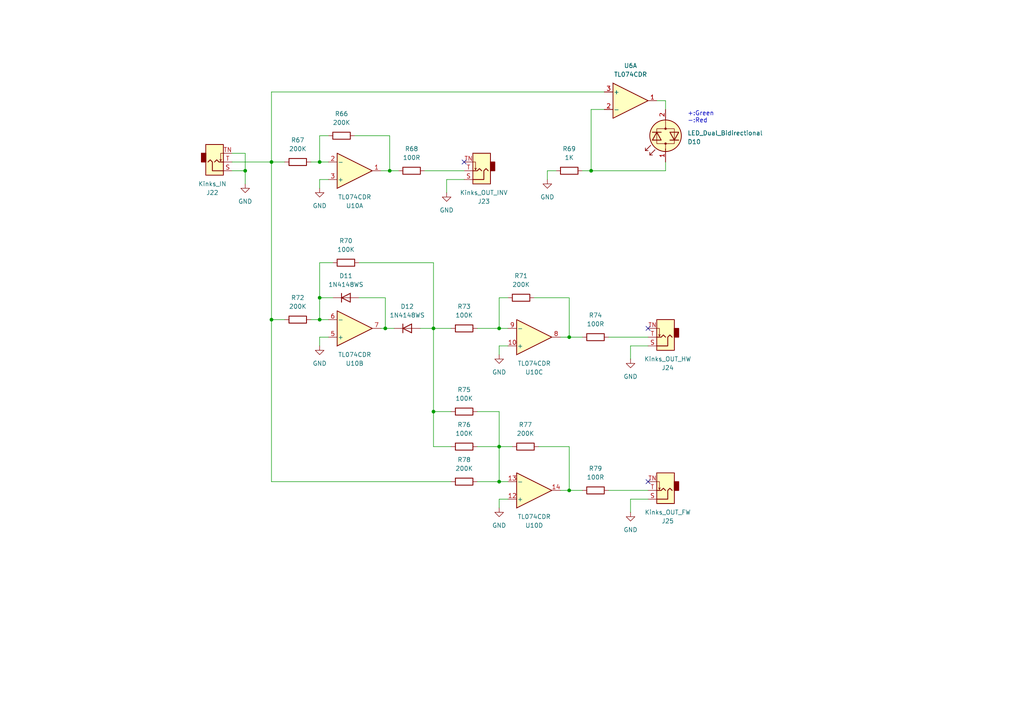
<source format=kicad_sch>
(kicad_sch (version 20250114) (generator "eeschema") (generator_version "9.0")
  (paper "A4")
  (title_block (title "HW/FW rectifiers") (date "2025-07-31") (rev "2.1") (company "StudioKAT"))
  (lib_symbols
    (symbol "Amplifier_Operational:TL074" (pin_names (offset 0.127))
      (property "Reference" "U" (at 0 5.08 0))
      (property "Value" "TL074" (at 0 -5.08 0))
      (symbol "TL074_1_1"
        (polyline (pts (xy -5.08 5.08) (xy 5.08 0) (xy -5.08 -5.08) (xy -5.08 5.08)) (stroke (width 0.254)) (fill (type background)))
        (pin input line (at -7.62 2.54 0) (length 2.54) (name "+") (number "3"))
        (pin input line (at -7.62 -2.54 0) (length 2.54) (name "-") (number "2"))
        (pin output line (at 7.62 0 180) (length 2.54) (name "~") (number "1"))
      )
      (symbol "TL074_2_1"
        (polyline (pts (xy -5.08 5.08) (xy 5.08 0) (xy -5.08 -5.08) (xy -5.08 5.08)) (stroke (width 0.254)) (fill (type background)))
        (pin input line (at -7.62 2.54 0) (length 2.54) (name "+") (number "5"))
        (pin input line (at -7.62 -2.54 0) (length 2.54) (name "-") (number "6"))
        (pin output line (at 7.62 0 180) (length 2.54) (name "~") (number "7"))
      )
      (symbol "TL074_3_1"
        (polyline (pts (xy -5.08 5.08) (xy 5.08 0) (xy -5.08 -5.08) (xy -5.08 5.08)) (stroke (width 0.254)) (fill (type background)))
        (pin input line (at -7.62 2.54 0) (length 2.54) (name "+") (number "10"))
        (pin input line (at -7.62 -2.54 0) (length 2.54) (name "-") (number "9"))
        (pin output line (at 7.62 0 180) (length 2.54) (name "~") (number "8"))
      )
      (symbol "TL074_4_1"
        (polyline (pts (xy -5.08 5.08) (xy 5.08 0) (xy -5.08 -5.08) (xy -5.08 5.08)) (stroke (width 0.254)) (fill (type background)))
        (pin input line (at -7.62 2.54 0) (length 2.54) (name "+") (number "12"))
        (pin input line (at -7.62 -2.54 0) (length 2.54) (name "-") (number "13"))
        (pin output line (at 7.62 0 180) (length 2.54) (name "~") (number "14"))
      )
      (symbol "TL074_5_1"
        (pin power_in line (at -2.54 7.62 270) (length 3.81) (name "V+") (number "4"))
        (pin power_in line (at -2.54 -7.62 90) (length 3.81) (name "V-") (number "11"))
      )
    )
    (symbol "Connector_Audio:AudioJack2_SwitchT"
      (property "Reference" "J" (at 0 8.89 0))
      (property "Value" "AudioJack2_SwitchT" (at 0 6.35 0))
      (symbol "AudioJack2_SwitchT_0_1"
        (rectangle (start -2.54 0) (end -3.81 -2.54) (stroke (width 0.254)) (fill (type outline)))
        (polyline (pts (xy 0 0) (xy 0.635 -0.635) (xy 1.27 0) (xy 2.54 0)) (stroke (width 0.254)))
        (polyline (pts (xy 1.778 -0.254) (xy 2.032 -0.762)))
        (rectangle (start 2.54 3.81) (end -2.54 -5.08) (stroke (width 0.254)) (fill (type background)))
        (polyline (pts (xy 2.54 2.54) (xy -0.635 2.54) (xy -0.635 0) (xy -1.27 -0.635) (xy -1.905 0)) (stroke (width 0.254)))
        (polyline (pts (xy 2.54 -2.54) (xy 1.778 -2.54) (xy 1.778 -0.254) (xy 1.524 -0.762)))
      )
      (symbol "AudioJack2_SwitchT_1_1"
        (pin passive line (at 5.08 2.54 180) (length 2.54) (name "~") (number "S"))
        (pin passive line (at 5.08 0 180) (length 2.54) (name "~") (number "T"))
        (pin passive line (at 5.08 -2.54 180) (length 2.54) (name "~") (number "TN"))
      )
    )
    (symbol "Device:LED_Dual_Bidirectional" (pin_names (offset 0) (hide yes))
      (property "Reference" "D" (at 0 5.715 0))
      (property "Value" "LED_Dual_Bidirectional" (at 0 -6.35 0))
      (symbol "LED_Dual_Bidirectional_0_1"
        (polyline (pts (xy -4.572 0) (xy -2.54 0)))
        (circle (center -2.032 0) (radius 0.254) (fill (type outline)))
        (polyline (pts (xy -2.032 0) (xy -2.54 0)))
        (polyline (pts (xy -1.016 3.81) (xy -1.016 1.27)) (stroke (width 0.254)))
        (polyline (pts (xy -1.016 -1.27) (xy -1.016 -3.81) (xy 1.27 -2.54) (xy -1.016 -1.27)) (stroke (width 0.254)))
        (circle (center 0 0) (radius 4.572) (stroke (width 0.254)) (fill (type background)))
        (polyline (pts (xy 1.27 3.81) (xy 1.27 1.27) (xy -1.016 2.54) (xy 1.27 3.81)) (stroke (width 0.254)))
        (polyline (pts (xy 1.27 -1.27) (xy 1.27 -3.81)) (stroke (width 0.254)))
        (polyline (pts (xy 2.286 2.54) (xy -2.032 2.54) (xy -2.032 -2.54) (xy 2.286 -2.54) (xy 2.286 2.54)))
        (circle (center 2.286 0) (radius 0.254) (fill (type outline)))
        (polyline (pts (xy 2.794 4.318) (xy 4.318 5.842) (xy 3.556 5.842)) (stroke (width 0.2032)))
        (polyline (pts (xy 4.064 3.048) (xy 5.588 4.572) (xy 4.826 4.572)) (stroke (width 0.2032)))
        (polyline (pts (xy 4.064 0) (xy 2.286 0)) (fill (type outline)))
        (polyline (pts (xy 4.318 5.842) (xy 4.318 5.08)) (stroke (width 0.2032)))
        (polyline (pts (xy 5.588 4.572) (xy 5.588 3.81)) (stroke (width 0.2032)))
      )
      (symbol "LED_Dual_Bidirectional_1_1"
        (pin input line (at -7.62 0 0) (length 3.048) (name "AK") (number "2"))
        (pin input line (at 7.62 0 180) (length 3.81) (name "KA") (number "1"))
      )
    )
    (symbol "Device:R" (pin_numbers (hide yes)) (pin_names (offset 0))
      (property "Reference" "R" (at 2.032 0 90))
      (property "Value" "R" (at 0 0 90))
      (symbol "R_0_1"
        (rectangle (start -1.016 -2.54) (end 1.016 2.54) (stroke (width 0.254)))
      )
      (symbol "R_1_1"
        (pin passive line (at 0 3.81 270) (length 1.27) (name "~") (number "1"))
        (pin passive line (at 0 -3.81 90) (length 1.27) (name "~") (number "2"))
      )
    )
    (symbol "Diode:1N4148WS" (pin_numbers (hide yes)) (pin_names (hide yes))
      (property "Reference" "D" (at 0 2.54 0))
      (property "Value" "1N4148WS" (at 0 -2.54 0))
      (symbol "1N4148WS_0_1"
        (polyline (pts (xy -1.27 1.27) (xy -1.27 -1.27)) (stroke (width 0.254)))
        (polyline (pts (xy 1.27 1.27) (xy 1.27 -1.27) (xy -1.27 0) (xy 1.27 1.27)) (stroke (width 0.254)))
        (polyline (pts (xy 1.27 0) (xy -1.27 0)))
      )
      (symbol "1N4148WS_1_1"
        (pin passive line (at -3.81 0 0) (length 2.54) (name "K") (number "1"))
        (pin passive line (at 3.81 0 180) (length 2.54) (name "A") (number "2"))
      )
    )
    (symbol "power:GND" (power) (pin_numbers (hide yes)) (pin_names (offset 0) (hide yes))
      (property "Value" "GND" (at 0 -3.81 0))
      (symbol "GND_0_1"
        (polyline (pts (xy 0 0) (xy 0 -1.27) (xy 1.27 -1.27) (xy 0 -2.54) (xy -1.27 -1.27) (xy 0 -1.27)))
      )
      (symbol "GND_1_1"
        (pin power_in line (at 0 0 270) (length 0) (name "~") (number "1"))
      )
    )
  )
  (text "+:Green\n-:Red" (at 199.39 34.036 0) (effects (font (size 1.27 1.27)) (justify left)))
  (junction (at 144.78 139.7))
  (junction (at 144.78 129.54))
  (junction (at 125.73 95.25))
  (junction (at 171.45 49.53))
  (junction (at 92.71 86.36))
  (junction (at 165.1 97.79))
  (junction (at 165.1 142.24))
  (junction (at 92.71 92.71))
  (junction (at 144.78 95.25))
  (junction (at 125.73 119.38))
  (junction (at 78.74 92.71))
  (junction (at 78.74 46.99))
  (junction (at 92.71 46.99))
  (junction (at 111.76 95.25))
  (junction (at 71.12 49.53))
  (junction (at 113.03 49.53))
  (no_connect (at 134.62 46.99))
  (no_connect (at 187.96 139.7))
  (no_connect (at 187.96 95.25))
  (wire (pts (xy 67.31 44.45) (xy 71.12 44.45)))
  (wire (pts (xy 125.73 95.25) (xy 130.81 95.25)))
  (wire (pts (xy 148.59 129.54) (xy 144.78 129.54)))
  (wire (pts (xy 165.1 142.24) (xy 168.91 142.24)))
  (wire (pts (xy 144.78 139.7) (xy 147.32 139.7)))
  (wire (pts (xy 67.31 49.53) (xy 71.12 49.53)))
  (wire (pts (xy 158.75 49.53) (xy 158.75 52.07)))
  (wire (pts (xy 193.04 49.53) (xy 193.04 46.99)))
  (wire (pts (xy 113.03 49.53) (xy 115.57 49.53)))
  (wire (pts (xy 125.73 76.2) (xy 125.73 95.25)))
  (wire (pts (xy 176.53 142.24) (xy 187.96 142.24)))
  (wire (pts (xy 138.43 129.54) (xy 144.78 129.54)))
  (wire (pts (xy 90.17 92.71) (xy 92.71 92.71)))
  (wire (pts (xy 111.76 95.25) (xy 114.3 95.25)))
  (wire (pts (xy 138.43 95.25) (xy 144.78 95.25)))
  (wire (pts (xy 92.71 46.99) (xy 95.25 46.99)))
  (wire (pts (xy 95.25 52.07) (xy 92.71 52.07)))
  (wire (pts (xy 171.45 31.75) (xy 171.45 49.53)))
  (wire (pts (xy 147.32 144.78) (xy 144.78 144.78)))
  (wire (pts (xy 187.96 144.78) (xy 182.88 144.78)))
  (wire (pts (xy 144.78 129.54) (xy 144.78 139.7)))
  (wire (pts (xy 110.49 95.25) (xy 111.76 95.25)))
  (wire (pts (xy 130.81 119.38) (xy 125.73 119.38)))
  (wire (pts (xy 125.73 95.25) (xy 121.92 95.25)))
  (wire (pts (xy 113.03 49.53) (xy 110.49 49.53)))
  (wire (pts (xy 95.25 97.79) (xy 92.71 97.79)))
  (wire (pts (xy 165.1 86.36) (xy 165.1 97.79)))
  (wire (pts (xy 161.29 49.53) (xy 158.75 49.53)))
  (wire (pts (xy 92.71 86.36) (xy 92.71 92.71)))
  (wire (pts (xy 144.78 95.25) (xy 147.32 95.25)))
  (wire (pts (xy 154.94 86.36) (xy 165.1 86.36)))
  (wire (pts (xy 67.31 46.99) (xy 78.74 46.99)))
  (wire (pts (xy 165.1 129.54) (xy 165.1 142.24)))
  (wire (pts (xy 71.12 44.45) (xy 71.12 49.53)))
  (wire (pts (xy 193.04 29.21) (xy 193.04 31.75)))
  (wire (pts (xy 78.74 46.99) (xy 82.55 46.99)))
  (wire (pts (xy 102.87 39.37) (xy 113.03 39.37)))
  (wire (pts (xy 147.32 86.36) (xy 144.78 86.36)))
  (wire (pts (xy 92.71 97.79) (xy 92.71 100.33)))
  (wire (pts (xy 95.25 39.37) (xy 92.71 39.37)))
  (wire (pts (xy 92.71 76.2) (xy 92.71 86.36)))
  (wire (pts (xy 134.62 52.07) (xy 129.54 52.07)))
  (wire (pts (xy 190.5 29.21) (xy 193.04 29.21)))
  (wire (pts (xy 71.12 49.53) (xy 71.12 53.34)))
  (wire (pts (xy 113.03 39.37) (xy 113.03 49.53)))
  (wire (pts (xy 78.74 26.67) (xy 78.74 46.99)))
  (wire (pts (xy 96.52 76.2) (xy 92.71 76.2)))
  (wire (pts (xy 144.78 119.38) (xy 144.78 129.54)))
  (wire (pts (xy 92.71 52.07) (xy 92.71 54.61)))
  (wire (pts (xy 171.45 31.75) (xy 175.26 31.75)))
  (wire (pts (xy 82.55 92.71) (xy 78.74 92.71)))
  (wire (pts (xy 144.78 100.33) (xy 144.78 102.87)))
  (wire (pts (xy 182.88 100.33) (xy 182.88 104.14)))
  (wire (pts (xy 156.21 129.54) (xy 165.1 129.54)))
  (wire (pts (xy 92.71 92.71) (xy 95.25 92.71)))
  (wire (pts (xy 123.19 49.53) (xy 134.62 49.53)))
  (wire (pts (xy 129.54 52.07) (xy 129.54 55.88)))
  (wire (pts (xy 165.1 97.79) (xy 168.91 97.79)))
  (wire (pts (xy 138.43 119.38) (xy 144.78 119.38)))
  (wire (pts (xy 171.45 49.53) (xy 193.04 49.53)))
  (wire (pts (xy 187.96 100.33) (xy 182.88 100.33)))
  (wire (pts (xy 147.32 100.33) (xy 144.78 100.33)))
  (wire (pts (xy 130.81 129.54) (xy 125.73 129.54)))
  (wire (pts (xy 111.76 86.36) (xy 111.76 95.25)))
  (wire (pts (xy 104.14 76.2) (xy 125.73 76.2)))
  (wire (pts (xy 78.74 139.7) (xy 78.74 92.71)))
  (wire (pts (xy 125.73 129.54) (xy 125.73 119.38)))
  (wire (pts (xy 165.1 142.24) (xy 162.56 142.24)))
  (wire (pts (xy 144.78 86.36) (xy 144.78 95.25)))
  (wire (pts (xy 165.1 97.79) (xy 162.56 97.79)))
  (wire (pts (xy 92.71 39.37) (xy 92.71 46.99)))
  (wire (pts (xy 130.81 139.7) (xy 78.74 139.7)))
  (wire (pts (xy 182.88 144.78) (xy 182.88 148.59)))
  (wire (pts (xy 138.43 139.7) (xy 144.78 139.7)))
  (wire (pts (xy 104.14 86.36) (xy 111.76 86.36)))
  (wire (pts (xy 78.74 92.71) (xy 78.74 46.99)))
  (wire (pts (xy 125.73 119.38) (xy 125.73 95.25)))
  (wire (pts (xy 144.78 144.78) (xy 144.78 147.32)))
  (wire (pts (xy 96.52 86.36) (xy 92.71 86.36)))
  (wire (pts (xy 175.26 26.67) (xy 78.74 26.67)))
  (wire (pts (xy 176.53 97.79) (xy 187.96 97.79)))
  (wire (pts (xy 168.91 49.53) (xy 171.45 49.53)))
  (wire (pts (xy 90.17 46.99) (xy 92.71 46.99)))
  (symbol (lib_id "power:GND") (at 92.71 54.61 0) (unit 1)
    (property "Reference" "#PWR070" (effects (hide yes)))
    (property "Value" "GND" (at 92.71 59.69 0))
    (property "Description" "Power symbol creates a global label with name \"GND\" , ground" (effects (hide yes)))
  )
  (symbol (lib_id "Diode:1N4148WS") (at 100.33 86.36 0) (unit 1)
    (property "Reference" "D11" (at 100.33 80.01 0))
    (property "Value" "1N4148WS" (at 100.33 82.55 0))
    (property "Footprint" "Diode_SMD:D_SOD-323" (effects (hide yes)))
    (property "Datasheet" "https://www.vishay.com/docs/85751/1n4148ws.pdf" (effects (hide yes)))
    (property "Description" "75V 0.15A Fast switching Diode, SOD-323" (effects (hide yes)))
    (property "Sim.Device" "D" (effects (hide yes)))
    (property "Sim.Pins" "1=K 2=A" (effects (hide yes)))
    (property "LCSC" "C2128" (effects (hide yes)))
  )
  (symbol (lib_id "power:GND") (at 144.78 102.87 0) (unit 1)
    (property "Reference" "#PWR073" (effects (hide yes)))
    (property "Value" "GND" (at 144.78 107.95 0))
    (property "Description" "Power symbol creates a global label with name \"GND\" , ground" (effects (hide yes)))
  )
  (symbol (lib_id "Device:R") (at 152.4 129.54 90) (unit 1)
    (property "Reference" "R77" (at 152.4 123.19 90))
    (property "Value" "200K" (at 152.4 125.73 90))
    (property "Footprint" "Resistor_SMD:R_0402_1005Metric" (effects (hide yes)))
    (property "Description" "Resistor" (effects (hide yes)))
    (property "LCSC" "C25764" (effects (hide yes)))
  )
  (symbol (lib_id "Device:R") (at 172.72 142.24 90) (unit 1)
    (property "Reference" "R79" (at 172.72 135.89 90))
    (property "Value" "100R" (at 172.72 138.43 90))
    (property "Footprint" "Resistor_SMD:R_0402_1005Metric" (effects (hide yes)))
    (property "Description" "Resistor" (effects (hide yes)))
    (property "LCSC" "C25076" (effects (hide yes)))
  )
  (symbol (lib_id "Device:R") (at 86.36 92.71 90) (unit 1)
    (property "Reference" "R72" (at 86.36 86.36 90))
    (property "Value" "200K" (at 86.36 88.9 90))
    (property "Footprint" "Resistor_SMD:R_0402_1005Metric" (effects (hide yes)))
    (property "Description" "Resistor" (effects (hide yes)))
    (property "LCSC" "C25764" (effects (hide yes)))
  )
  (symbol (lib_id "Diode:1N4148WS") (at 118.11 95.25 0) (unit 1)
    (property "Reference" "D12" (at 118.11 88.9 0))
    (property "Value" "1N4148WS" (at 118.11 91.44 0))
    (property "Footprint" "Diode_SMD:D_SOD-323" (effects (hide yes)))
    (property "Datasheet" "https://www.vishay.com/docs/85751/1n4148ws.pdf" (effects (hide yes)))
    (property "Description" "75V 0.15A Fast switching Diode, SOD-323" (effects (hide yes)))
    (property "Sim.Device" "D" (effects (hide yes)))
    (property "Sim.Pins" "1=K 2=A" (effects (hide yes)))
    (property "LCSC" "C2128" (effects (hide yes)))
  )
  (symbol (lib_id "Amplifier_Operational:TL074") (at 154.94 97.79 0) (mirror x) (unit 3)
    (property "Reference" "U10" (at 154.94 107.95 0))
    (property "Value" "TL074CDR" (at 154.94 105.41 0))
    (property "Footprint" "Package_SO:SOIC-14_3.9x8.7mm_P1.27mm" (effects (hide yes)))
    (property "Datasheet" "http://www.ti.com/lit/ds/symlink/tl071.pdf" (effects (hide yes)))
    (property "Description" "Quad Low-Noise JFET-Input Operational Amplifiers, DIP-14/SOIC-14" (effects (hide yes)))
    (property "LCSC" "C12594" (effects (hide yes)))
  )
  (symbol (lib_id "Amplifier_Operational:TL074") (at 154.94 142.24 0) (mirror x) (unit 4)
    (property "Reference" "U10" (at 154.94 152.4 0))
    (property "Value" "TL074CDR" (at 154.94 149.86 0))
    (property "Footprint" "Package_SO:SOIC-14_3.9x8.7mm_P1.27mm" (effects (hide yes)))
    (property "Datasheet" "http://www.ti.com/lit/ds/symlink/tl071.pdf" (effects (hide yes)))
    (property "Description" "Quad Low-Noise JFET-Input Operational Amplifiers, DIP-14/SOIC-14" (effects (hide yes)))
    (property "LCSC" "C12594" (effects (hide yes)))
  )
  (symbol (lib_id "Amplifier_Operational:TL074") (at 102.87 49.53 0) (mirror x) (unit 1)
    (property "Reference" "U10" (at 102.87 59.69 0))
    (property "Value" "TL074CDR" (at 102.87 57.15 0))
    (property "Footprint" "Package_SO:SOIC-14_3.9x8.7mm_P1.27mm" (effects (hide yes)))
    (property "Datasheet" "http://www.ti.com/lit/ds/symlink/tl071.pdf" (effects (hide yes)))
    (property "Description" "Quad Low-Noise JFET-Input Operational Amplifiers, DIP-14/SOIC-14" (effects (hide yes)))
    (property "LCSC" "C12594" (effects (hide yes)))
  )
  (symbol (lib_id "Amplifier_Operational:TL074") (at 102.87 95.25 0) (mirror x) (unit 2)
    (property "Reference" "U10" (at 102.87 105.41 0))
    (property "Value" "TL074CDR" (at 102.87 102.87 0))
    (property "Footprint" "Package_SO:SOIC-14_3.9x8.7mm_P1.27mm" (effects (hide yes)))
    (property "Datasheet" "http://www.ti.com/lit/ds/symlink/tl071.pdf" (effects (hide yes)))
    (property "Description" "Quad Low-Noise JFET-Input Operational Amplifiers, DIP-14/SOIC-14" (effects (hide yes)))
    (property "LCSC" "C12594" (effects (hide yes)))
  )
  (symbol (lib_id "Device:R") (at 134.62 119.38 90) (unit 1)
    (property "Reference" "R75" (at 134.62 113.03 90))
    (property "Value" "100K" (at 134.62 115.57 90))
    (property "Footprint" "Resistor_SMD:R_0402_1005Metric" (effects (hide yes)))
    (property "Description" "Resistor" (effects (hide yes)))
    (property "LCSC" "C25741" (effects (hide yes)))
  )
  (symbol (lib_id "Device:R") (at 151.13 86.36 90) (unit 1)
    (property "Reference" "R71" (at 151.13 80.01 90))
    (property "Value" "200K" (at 151.13 82.55 90))
    (property "Footprint" "Resistor_SMD:R_0402_1005Metric" (effects (hide yes)))
    (property "Description" "Resistor" (effects (hide yes)))
    (property "LCSC" "C25764" (effects (hide yes)))
  )
  (symbol (lib_id "Device:R") (at 100.33 76.2 90) (unit 1)
    (property "Reference" "R70" (at 100.33 69.85 90))
    (property "Value" "100K" (at 100.33 72.39 90))
    (property "Footprint" "Resistor_SMD:R_0402_1005Metric" (effects (hide yes)))
    (property "Description" "Resistor" (effects (hide yes)))
    (property "LCSC" "C25741" (effects (hide yes)))
  )
  (symbol (lib_id "Device:R") (at 172.72 97.79 90) (unit 1)
    (property "Reference" "R74" (at 172.72 91.44 90))
    (property "Value" "100R" (at 172.72 93.98 90))
    (property "Footprint" "Resistor_SMD:R_0402_1005Metric" (effects (hide yes)))
    (property "Description" "Resistor" (effects (hide yes)))
    (property "LCSC" "C25076" (effects (hide yes)))
  )
  (symbol (lib_id "Device:R") (at 134.62 95.25 90) (unit 1)
    (property "Reference" "R73" (at 134.62 88.9 90))
    (property "Value" "100K" (at 134.62 91.44 90))
    (property "Footprint" "Resistor_SMD:R_0402_1005Metric" (effects (hide yes)))
    (property "Description" "Resistor" (effects (hide yes)))
    (property "LCSC" "C25741" (effects (hide yes)))
  )
  (symbol (lib_id "power:GND") (at 182.88 148.59 0) (unit 1)
    (property "Reference" "#PWR076" (effects (hide yes)))
    (property "Value" "GND" (at 182.88 153.67 0))
    (property "Description" "Power symbol creates a global label with name \"GND\" , ground" (effects (hide yes)))
  )
  (symbol (lib_id "Device:R") (at 165.1 49.53 90) (unit 1)
    (property "Reference" "R69" (at 165.1 43.18 90))
    (property "Value" "1K" (at 165.1 45.72 90))
    (property "Footprint" "Resistor_SMD:R_0402_1005Metric" (effects (hide yes)))
    (property "Description" "Resistor" (effects (hide yes)))
    (property "LCSC" "C11702" (effects (hide yes)))
  )
  (symbol (lib_id "Amplifier_Operational:TL074") (at 182.88 29.21 0) (unit 1)
    (property "Reference" "U6" (at 182.88 19.05 0))
    (property "Value" "TL074CDR" (at 182.88 21.59 0))
    (property "Footprint" "Package_SO:SOIC-14_3.9x8.7mm_P1.27mm" (effects (hide yes)))
    (property "Datasheet" "http://www.ti.com/lit/ds/symlink/tl071.pdf" (effects (hide yes)))
    (property "Description" "Quad Low-Noise JFET-Input Operational Amplifiers, DIP-14/SOIC-14" (effects (hide yes)))
    (property "LCSC" "C12594" (effects (hide yes)))
  )
  (symbol (lib_id "Device:R") (at 134.62 139.7 90) (unit 1)
    (property "Reference" "R78" (at 134.62 133.35 90))
    (property "Value" "200K" (at 134.62 135.89 90))
    (property "Footprint" "Resistor_SMD:R_0402_1005Metric" (effects (hide yes)))
    (property "Description" "Resistor" (effects (hide yes)))
    (property "LCSC" "C25764" (effects (hide yes)))
  )
  (symbol (lib_id "Connector_Audio:AudioJack2_SwitchT") (at 193.04 142.24 180) (unit 1)
    (property "Reference" "J25" (at 193.675 151.13 0))
    (property "Value" "Kinks_OUT_FW" (at 193.675 148.59 0))
    (property "Footprint" "kat_eurorack:AudioJack_PJ301M-12" (effects (hide yes)))
    (property "Description" "Audio Jack, 2 Poles (Mono / TS), Switched T Pole (Normalling)" (effects (hide yes)))
  )
  (symbol (lib_id "Device:R") (at 119.38 49.53 90) (unit 1)
    (property "Reference" "R68" (at 119.38 43.18 90))
    (property "Value" "100R" (at 119.38 45.72 90))
    (property "Footprint" "Resistor_SMD:R_0402_1005Metric" (effects (hide yes)))
    (property "Description" "Resistor" (effects (hide yes)))
    (property "LCSC" "C25076" (effects (hide yes)))
  )
  (symbol (lib_id "power:GND") (at 129.54 55.88 0) (unit 1)
    (property "Reference" "#PWR071" (effects (hide yes)))
    (property "Value" "GND" (at 129.54 60.96 0))
    (property "Description" "Power symbol creates a global label with name \"GND\" , ground" (effects (hide yes)))
  )
  (symbol (lib_id "Connector_Audio:AudioJack2_SwitchT") (at 62.23 46.99 0) (mirror x) (unit 1)
    (property "Reference" "J22" (at 61.595 55.88 0))
    (property "Value" "Kinks_IN" (at 61.595 53.34 0))
    (property "Footprint" "kat_eurorack:AudioJack_PJ301M-12" (effects (hide yes)))
    (property "Description" "Audio Jack, 2 Poles (Mono / TS), Switched T Pole (Normalling)" (effects (hide yes)))
  )
  (symbol (lib_id "Device:R") (at 99.06 39.37 90) (unit 1)
    (property "Reference" "R66" (at 99.06 33.02 90))
    (property "Value" "200K" (at 99.06 35.56 90))
    (property "Footprint" "Resistor_SMD:R_0402_1005Metric" (effects (hide yes)))
    (property "Description" "Resistor" (effects (hide yes)))
    (property "LCSC" "C25764" (effects (hide yes)))
  )
  (symbol (lib_id "power:GND") (at 71.12 53.34 0) (unit 1)
    (property "Reference" "#PWR069" (effects (hide yes)))
    (property "Value" "GND" (at 71.12 58.42 0))
    (property "Description" "Power symbol creates a global label with name \"GND\" , ground" (effects (hide yes)))
  )
  (symbol (lib_id "Connector_Audio:AudioJack2_SwitchT") (at 193.04 97.79 180) (unit 1)
    (property "Reference" "J24" (at 193.675 106.68 0))
    (property "Value" "Kinks_OUT_HW" (at 193.675 104.14 0))
    (property "Footprint" "kat_eurorack:AudioJack_PJ301M-12" (effects (hide yes)))
    (property "Description" "Audio Jack, 2 Poles (Mono / TS), Switched T Pole (Normalling)" (effects (hide yes)))
  )
  (symbol (lib_id "power:GND") (at 158.75 52.07 0) (unit 1)
    (property "Reference" "#PWR068" (effects (hide yes)))
    (property "Value" "GND" (at 158.75 57.15 0))
    (property "Description" "Power symbol creates a global label with name \"GND\" , ground" (effects (hide yes)))
  )
  (symbol (lib_id "power:GND") (at 92.71 100.33 0) (unit 1)
    (property "Reference" "#PWR072" (effects (hide yes)))
    (property "Value" "GND" (at 92.71 105.41 0))
    (property "Description" "Power symbol creates a global label with name \"GND\" , ground" (effects (hide yes)))
  )
  (symbol (lib_id "power:GND") (at 144.78 147.32 0) (unit 1)
    (property "Reference" "#PWR075" (effects (hide yes)))
    (property "Value" "GND" (at 144.78 152.4 0))
    (property "Description" "Power symbol creates a global label with name \"GND\" , ground" (effects (hide yes)))
  )
  (symbol (lib_id "Connector_Audio:AudioJack2_SwitchT") (at 139.7 49.53 180) (unit 1)
    (property "Reference" "J23" (at 140.335 58.42 0))
    (property "Value" "Kinks_OUT_INV" (at 140.335 55.88 0))
    (property "Footprint" "kat_eurorack:AudioJack_PJ301M-12" (effects (hide yes)))
    (property "Description" "Audio Jack, 2 Poles (Mono / TS), Switched T Pole (Normalling)" (effects (hide yes)))
  )
  (symbol (lib_id "power:GND") (at 182.88 104.14 0) (unit 1)
    (property "Reference" "#PWR074" (effects (hide yes)))
    (property "Value" "GND" (at 182.88 109.22 0))
    (property "Description" "Power symbol creates a global label with name \"GND\" , ground" (effects (hide yes)))
  )
  (symbol (lib_id "Device:LED_Dual_Bidirectional") (at 193.04 39.37 90) (mirror x) (unit 1)
    (property "Reference" "D10" (at 199.39 41.1354 90) (effects (justify right)))
    (property "Value" "LED_Dual_Bidirectional" (at 199.39 38.5954 90) (effects (justify right)))
    (property "Footprint" "LED_THT:LED_D3.0mm" (effects (hide yes)))
    (property "Description" "Dual LED, bidirectional" (effects (hide yes)))
  )
  (symbol (lib_id "Device:R") (at 86.36 46.99 90) (unit 1)
    (property "Reference" "R67" (at 86.36 40.64 90))
    (property "Value" "200K" (at 86.36 43.18 90))
    (property "Footprint" "Resistor_SMD:R_0402_1005Metric" (effects (hide yes)))
    (property "Description" "Resistor" (effects (hide yes)))
    (property "LCSC" "C25764" (effects (hide yes)))
  )
  (symbol (lib_id "Device:R") (at 134.62 129.54 90) (unit 1)
    (property "Reference" "R76" (at 134.62 123.19 90))
    (property "Value" "100K" (at 134.62 125.73 90))
    (property "Footprint" "Resistor_SMD:R_0402_1005Metric" (effects (hide yes)))
    (property "Description" "Resistor" (effects (hide yes)))
    (property "LCSC" "C25741" (effects (hide yes)))
  )
)
</source>
